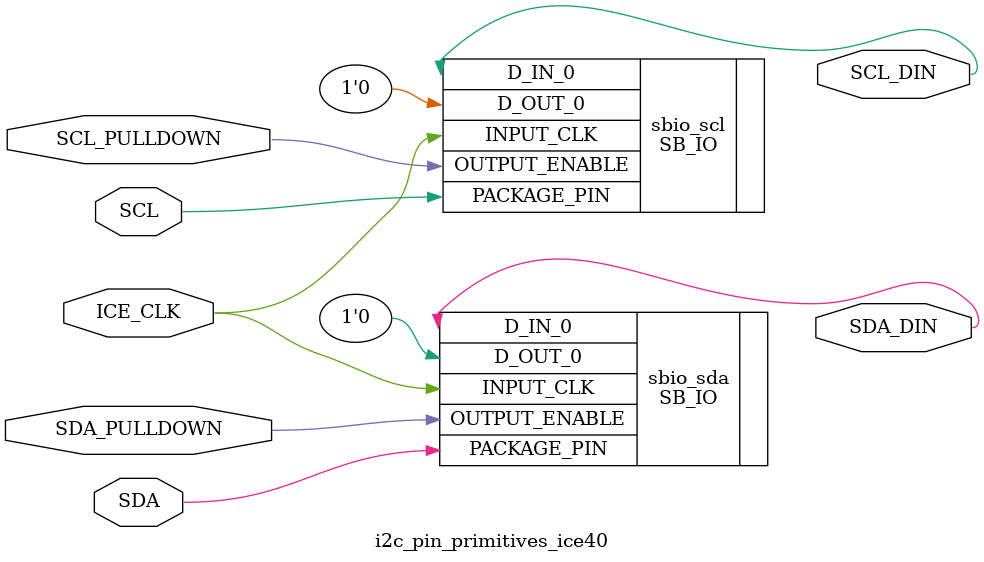
<source format=v>
`default_nettype none

module i2c_pin_primitives_ice40(
    input wire ICE_CLK,
    
    inout wire SDA, SCL,
    output wire SDA_DIN, SCL_DIN,
    input wire SDA_PULLDOWN, SCL_PULLDOWN
);

SB_IO #(
    .PIN_TYPE(6'b 1010_00), // 1010_01 is bidirectional with registered input
    .PULLUP(1'b 1), // yes pullup
) sbio_sda (
    .INPUT_CLK(ICE_CLK), 
    .PACKAGE_PIN(SDA),
    .OUTPUT_ENABLE(SDA_PULLDOWN), 
    .D_OUT_0(1'b 0),
    .D_IN_0(SDA_DIN)
);

SB_IO #(
    .PIN_TYPE(6'b 1010_00), // 1010_01 is bidirectional with registered input
    .PULLUP(1'b 1), // yes pullup
) sbio_scl (
    .INPUT_CLK(ICE_CLK), 
    .PACKAGE_PIN(SCL),
    .OUTPUT_ENABLE(SCL_PULLDOWN), 
    .D_OUT_0(1'b 0),
    .D_IN_0(SCL_DIN)
);

endmodule
</source>
